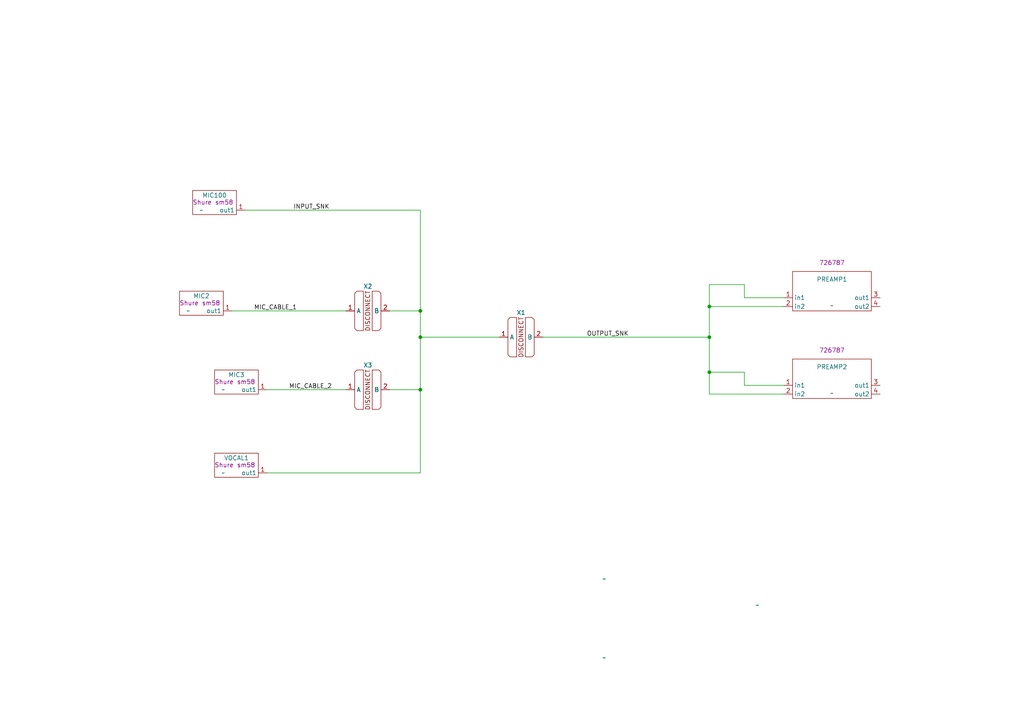
<source format=kicad_sch>
(kicad_sch (version 20250114) (generator "eeschema") (generator_version "9.0")
  (paper "A4")
  (lib_symbols
    (symbol "harnice-devices/pro_audio/applied_research_and_technology/726787:726787-rev1"
      (property "Reference" "PREAMP" (at 0 5.334 0))
      (property "MPN" "726787" (at 0 2.54 0))
      (symbol "726787-rev1_0_1"
        (rectangle (start -11.43 7.62) (end 11.43 -3.81))
      )
      (symbol "726787-rev1_1_1"
        (pin unspecified line (at -13.97 0 0) (length 2.54) (name "in1") (number "1"))
        (pin unspecified line (at -13.97 -2.54 0) (length 2.54) (name "in2") (number "2"))
        (pin unspecified line (at 13.97 0 180) (length 2.54) (name "out1") (number "3"))
        (pin unspecified line (at 13.97 -2.54 180) (length 2.54) (name "out2") (number "4"))
      )
    )
    (symbol "harnice-devices/pro_audio/shure/SM58:SM58-rev1"
      (property "Reference" "MIC" (at 0 5.588 0))
      (property "MFG" "Shure" (at -3.556 3.556 0))
      (property "MPN" "sm58" (at 2.794 3.556 0))
      (symbol "SM58-rev1_0_1"
        (rectangle (start -6.35 6.985) (end 6.35 0))
      )
      (symbol "SM58-rev1_1_1"
        (pin unspecified line (at 8.89 1.27 180) (length 2.54) (name "out1") (number "1"))
      )
    )
    (symbol "harnice-disconnect:disconnect_no-aux"
      (property "Reference" "X" (at 0 7.112 0))
      (symbol "disconnect_no-aux_0_1"
        (polyline (pts (xy -1.27 5.715) (xy -3.175 5.715) (xy -3.81 5.08) (xy -3.81 -5.08) (xy -3.175 -5.715) (xy -1.27 -5.715) (xy -1.27 5.715)))
        (polyline (pts (xy 1.27 5.715) (xy 1.27 -5.715) (xy 3.175 -5.715) (xy 3.81 -5.08) (xy 3.81 5.08) (xy 3.175 5.715) (xy 1.27 5.715)))
      )
      (symbol "disconnect_no-aux_1_1"
        (text "DISCONNECT" (at 0 0 900) (effects (font (size 1.27 1.27))))
        (pin unspecified line (at -6.35 0 0) (length 2.54) (name "A") (number "1"))
        (pin unspecified line (at 6.35 0 180) (length 2.54) (name "B") (number "2"))
      )
    )
  )
  (junction (at 121.92 113.03))
  (junction (at 205.74 88.9))
  (junction (at 121.92 97.79))
  (junction (at 205.74 107.95))
  (junction (at 121.92 90.17))
  (junction (at 205.74 97.79))
  (wire (pts (xy 205.74 82.55) (xy 205.74 88.9)))
  (wire (pts (xy 113.03 113.03) (xy 121.92 113.03)))
  (wire (pts (xy 227.33 114.3) (xy 205.74 114.3)))
  (wire (pts (xy 121.92 137.16) (xy 121.92 113.03)))
  (wire (pts (xy 77.47 137.16) (xy 121.92 137.16)))
  (wire (pts (xy 157.48 97.79) (xy 205.74 97.79)))
  (wire (pts (xy 205.74 107.95) (xy 215.9 107.95)))
  (wire (pts (xy 205.74 97.79) (xy 205.74 107.95)))
  (wire (pts (xy 121.92 97.79) (xy 144.78 97.79)))
  (wire (pts (xy 67.31 90.17) (xy 100.33 90.17)))
  (wire (pts (xy 121.92 97.79) (xy 121.92 113.03)))
  (wire (pts (xy 215.9 82.55) (xy 205.74 82.55)))
  (wire (pts (xy 215.9 111.76) (xy 227.33 111.76)))
  (wire (pts (xy 121.92 90.17) (xy 121.92 97.79)))
  (wire (pts (xy 205.74 107.95) (xy 205.74 114.3)))
  (wire (pts (xy 215.9 111.76) (xy 215.9 107.95)))
  (wire (pts (xy 215.9 86.36) (xy 215.9 82.55)))
  (wire (pts (xy 205.74 88.9) (xy 205.74 97.79)))
  (wire (pts (xy 121.92 60.96) (xy 121.92 90.17)))
  (wire (pts (xy 71.12 60.96) (xy 121.92 60.96)))
  (wire (pts (xy 215.9 86.36) (xy 227.33 86.36)))
  (wire (pts (xy 77.47 113.03) (xy 100.33 113.03)))
  (wire (pts (xy 205.74 88.9) (xy 227.33 88.9)))
  (wire (pts (xy 113.03 90.17) (xy 121.92 90.17)))
  (label "INPUT_SNK" (at 85.09 60.96 0))
  (label "MIC_CABLE_2" (at 83.82 113.03 0))
  (label "OUTPUT_SNK" (at 170.18 97.79 0))
  (label "MIC_CABLE_1" (at 73.66 90.17 0))
  (symbol (lib_id "harnice-devices/pro_audio/applied_research_and_technology/726787:726787-rev1") (at 241.3 86.36 0) (unit 1)
    (property "Reference" "PREAMP1" (at 241.3 81.026 0))
    (property "Value" "~" (at 241.3 88.646 0))
    (property "Description" "PREAMP, 2CH" (effects (hide yes)))
    (property "MFG" "APPLIED RESEARCH AND TECHNOLOGY" (effects (hide yes)))
    (property "MPN" "726787" (at 241.3 76.2 0))
    (property "lib_repo" "https://github.com/harnice/harnice" (effects (hide yes)))
    (property "lib_subpath" "pro_audio/applied_research_and_technology/" (effects (hide yes)))
    (property "rev" "rev1" (effects (hide yes)))
  )
  (symbol (lib_id "harnice-devices/pro_audio/shure/SM58:SM58-rev1") (at 68.58 138.43 0) (unit 1)
    (property "Reference" "VOCAL1" (at 68.58 132.842 0))
    (property "Value" "~" (at 64.77 137.16 0))
    (property "Description" "MICROPHONE, HANDHELD" (effects (hide yes)))
    (property "MFG" "Shure" (at 65.024 134.874 0))
    (property "MPN" "sm58" (at 71.374 134.874 0))
    (property "lib_repo" "https://github.com/harnice/harnice" (effects (hide yes)))
    (property "lib_subpath" "pro_audio/shure/" (effects (hide yes)))
    (property "rev" "rev1" (effects (hide yes)))
  )
  (symbol (lib_id "harnice-devices/pro_audio/applied_research_and_technology/726787:726787-rev1") (at 241.3 111.76 0) (unit 1)
    (property "Reference" "PREAMP2" (at 241.3 106.426 0))
    (property "Value" "~" (at 241.3 114.046 0))
    (property "Description" "PREAMP, 2CH" (effects (hide yes)))
    (property "MFG" "APPLIED RESEARCH AND TECHNOLOGY" (effects (hide yes)))
    (property "MPN" "726787" (at 241.3 101.6 0))
    (property "lib_repo" "https://github.com/harnice/harnice" (effects (hide yes)))
    (property "lib_subpath" "pro_audio/applied_research_and_technology/" (effects (hide yes)))
    (property "rev" "rev1" (effects (hide yes)))
  )
  (symbol (lib_id "harnice-disconnect:disconnect_no-aux") (at 106.68 90.17 0) (unit 1)
    (property "Reference" "X2" (at 106.68 83.058 0))
    (property "Value" "~" (at 175.26 167.894 0))
    (property "Disconnect" "TRUE" (effects (hide yes)))
    (property "MPN" "tascam-db25" (effects (hide yes)))
    (property "lib_repo" "https://github.com/harnice/harnice" (effects (hide yes)))
    (property "lib_subpath" "audio/" (effects (hide yes)))
    (property "rev" "rev1" (effects (hide yes)))
  )
  (symbol (lib_id "harnice-disconnect:disconnect_no-aux") (at 151.13 97.79 0) (unit 1)
    (property "Reference" "X1" (at 151.13 90.678 0))
    (property "Value" "~" (at 219.71 175.514 0))
    (property "Disconnect" "TRUE" (effects (hide yes)))
    (property "MPN" "tascam-db25" (effects (hide yes)))
    (property "lib_repo" "https://github.com/harnice/harnice" (effects (hide yes)))
    (property "lib_subpath" "audio/" (effects (hide yes)))
    (property "rev" "rev1" (effects (hide yes)))
  )
  (symbol (lib_id "harnice-devices/pro_audio/shure/SM58:SM58-rev1") (at 68.58 114.3 0) (unit 1)
    (property "Reference" "MIC3" (at 68.58 108.712 0))
    (property "Value" "~" (at 64.77 113.03 0))
    (property "Description" "MICROPHONE, HANDHELD" (effects (hide yes)))
    (property "MFG" "Shure" (at 65.024 110.744 0))
    (property "MPN" "sm58" (at 71.374 110.744 0))
    (property "lib_repo" "https://github.com/harnice/harnice" (effects (hide yes)))
    (property "lib_subpath" "pro_audio/shure/" (effects (hide yes)))
    (property "rev" "rev1" (effects (hide yes)))
  )
  (symbol (lib_id "harnice-disconnect:disconnect_no-aux") (at 106.68 113.03 0) (unit 1)
    (property "Reference" "X3" (at 106.68 105.918 0))
    (property "Value" "~" (at 175.26 190.754 0))
    (property "Disconnect" "TRUE" (effects (hide yes)))
    (property "MPN" "tascam-db25" (effects (hide yes)))
    (property "lib_repo" "https://github.com/harnice/harnice" (effects (hide yes)))
    (property "lib_subpath" "audio/" (effects (hide yes)))
    (property "rev" "rev1" (effects (hide yes)))
  )
  (symbol (lib_id "harnice-devices/pro_audio/shure/SM58:SM58-rev1") (at 58.42 91.44 0) (unit 1)
    (property "Reference" "MIC2" (at 58.42 85.852 0))
    (property "Value" "~" (at 54.61 90.17 0))
    (property "Description" "MICROPHONE, HANDHELD" (effects (hide yes)))
    (property "MFG" "Shure" (at 54.864 87.884 0))
    (property "MPN" "sm58" (at 61.214 87.884 0))
    (property "lib_repo" "https://github.com/harnice/harnice" (effects (hide yes)))
    (property "lib_subpath" "pro_audio/shure/" (effects (hide yes)))
    (property "rev" "rev1" (effects (hide yes)))
  )
  (symbol (lib_id "harnice-devices/pro_audio/shure/SM58:SM58-rev1") (at 62.23 62.23 0) (unit 1)
    (property "Reference" "MIC100" (at 62.23 56.642 0))
    (property "Value" "~" (at 58.42 60.96 0))
    (property "Description" "MICROPHONE, HANDHELD" (effects (hide yes)))
    (property "MFG" "Shure" (at 58.674 58.674 0))
    (property "MPN" "sm58" (at 65.024 58.674 0))
    (property "lib_repo" "https://github.com/harnice/harnice" (effects (hide yes)))
    (property "lib_subpath" "pro_audio/shure/" (effects (hide yes)))
    (property "rev" "rev1" (effects (hide yes)))
  )
)
</source>
